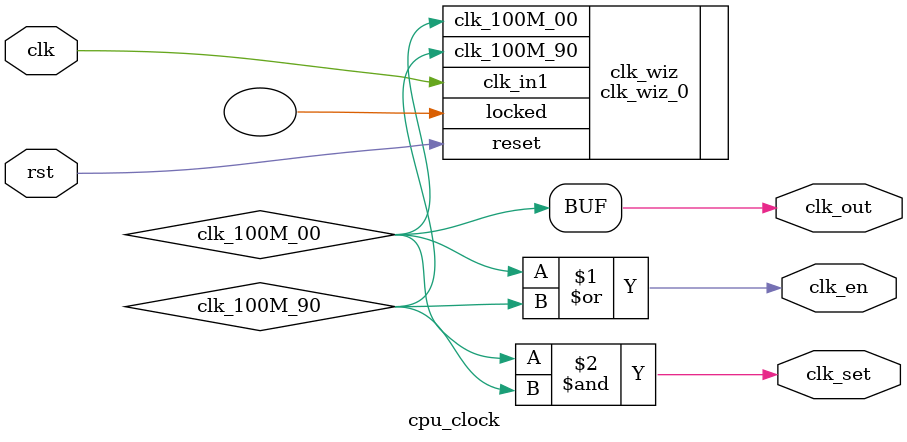
<source format=v>
`timescale 1ns / 1ps


module cpu_clock(
    input clk, rst,
    output clk_out, clk_en, clk_set
    );
    
    wire clk_100M_00, clk_100M_90;
    
    assign clk_out = clk_100M_00;
    assign clk_en = clk_100M_00 | clk_100M_90;
    assign clk_set = clk_100M_00 & clk_100M_90;
    
    clk_wiz_0 clk_wiz
    (
    // Clock out ports
    .clk_100M_00(clk_100M_00),
    .clk_100M_90(clk_100M_90),
    // Status and control signals
    .reset(rst),
    .locked(),
    // Clock in ports
    .clk_in1(clk)
    );
endmodule

</source>
